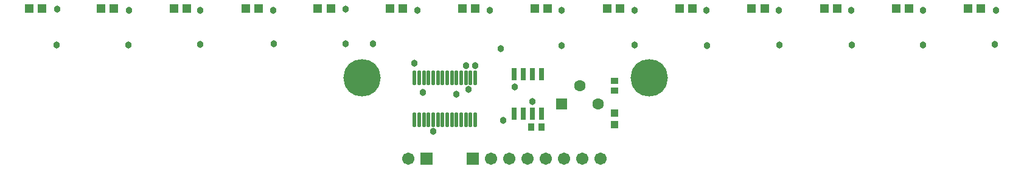
<source format=gts>
G04*
G04 #@! TF.GenerationSoftware,Altium Limited,Altium Designer,19.0.12 (326)*
G04*
G04 Layer_Color=8388736*
%FSLAX25Y25*%
%MOIN*%
G70*
G01*
G75*
%ADD15R,0.04343X0.03556*%
%ADD16R,0.03950X0.03950*%
%ADD17O,0.02178X0.08083*%
%ADD18R,0.03162X0.06784*%
%ADD19R,0.05131X0.05131*%
%ADD20R,0.03556X0.04343*%
%ADD21R,0.06312X0.06312*%
%ADD22C,0.06312*%
%ADD23C,0.20485*%
%ADD24C,0.06706*%
%ADD25R,0.06706X0.06706*%
%ADD26C,0.03800*%
D15*
X337018Y53395D02*
D03*
Y47883D02*
D03*
D16*
X337018Y35651D02*
D03*
Y29352D02*
D03*
D17*
X260652Y55017D02*
D03*
X258093D02*
D03*
X255534D02*
D03*
X252975D02*
D03*
X250416D02*
D03*
X247857D02*
D03*
X245298D02*
D03*
X242739D02*
D03*
X240180D02*
D03*
X237620D02*
D03*
X235062D02*
D03*
X232502D02*
D03*
X229943D02*
D03*
X227384D02*
D03*
X260652Y31986D02*
D03*
X258093D02*
D03*
X255534D02*
D03*
X252975D02*
D03*
X250416D02*
D03*
X247857D02*
D03*
X245298D02*
D03*
X242739D02*
D03*
X240180D02*
D03*
X237620D02*
D03*
X235062D02*
D03*
X232502D02*
D03*
X229943D02*
D03*
X227384D02*
D03*
D18*
X281916Y35214D02*
D03*
X286916D02*
D03*
X291916D02*
D03*
X296916D02*
D03*
X281916Y56789D02*
D03*
X286916D02*
D03*
X291916D02*
D03*
X296916D02*
D03*
D19*
X55582Y93002D02*
D03*
X62668D02*
D03*
X491257D02*
D03*
X498344D02*
D03*
X174402D02*
D03*
X181489D02*
D03*
X293223D02*
D03*
X300310D02*
D03*
X412044D02*
D03*
X419130D02*
D03*
X16189D02*
D03*
X23275D02*
D03*
X451864D02*
D03*
X458951D02*
D03*
X134795D02*
D03*
X141882D02*
D03*
X253616D02*
D03*
X260703D02*
D03*
X372437D02*
D03*
X379523D02*
D03*
X95475Y93002D02*
D03*
X102561D02*
D03*
X530651Y93002D02*
D03*
X537737D02*
D03*
X214009D02*
D03*
X221096D02*
D03*
X332830D02*
D03*
X339916D02*
D03*
D20*
X296774Y28001D02*
D03*
X291262D02*
D03*
D21*
X308018Y40639D02*
D03*
D22*
X318018Y50639D02*
D03*
X328018Y40639D02*
D03*
D23*
X356018Y55001D02*
D03*
X198538D02*
D03*
D24*
X224018Y10502D02*
D03*
X269416D02*
D03*
X279416D02*
D03*
X289416D02*
D03*
X299416D02*
D03*
X309416D02*
D03*
X319416D02*
D03*
X329416D02*
D03*
D25*
X234018D02*
D03*
X259416D02*
D03*
D26*
X204518Y73679D02*
D03*
X545268Y73179D02*
D03*
X505889Y72772D02*
D03*
X467018D02*
D03*
X427106D02*
D03*
X387518Y72501D02*
D03*
X348018Y72772D02*
D03*
X308018Y72501D02*
D03*
X274518Y71001D02*
D03*
X189676Y73501D02*
D03*
X150104Y73582D02*
D03*
X109965Y73179D02*
D03*
X70518Y73001D02*
D03*
X31403D02*
D03*
X237518Y25501D02*
D03*
X232018Y46977D02*
D03*
X282235Y50002D02*
D03*
X255518Y61501D02*
D03*
X250272Y46001D02*
D03*
X268655Y92001D02*
D03*
X229084Y91938D02*
D03*
X189518Y92501D02*
D03*
X149940Y92001D02*
D03*
X110018Y91938D02*
D03*
X70797D02*
D03*
X31518Y92501D02*
D03*
X546018Y92001D02*
D03*
X506018D02*
D03*
X466518D02*
D03*
X427018D02*
D03*
X387370D02*
D03*
X348018D02*
D03*
X308018D02*
D03*
X292018Y42002D02*
D03*
X257018Y48502D02*
D03*
X260652Y61451D02*
D03*
X276018Y31501D02*
D03*
X227384Y62868D02*
D03*
M02*

</source>
